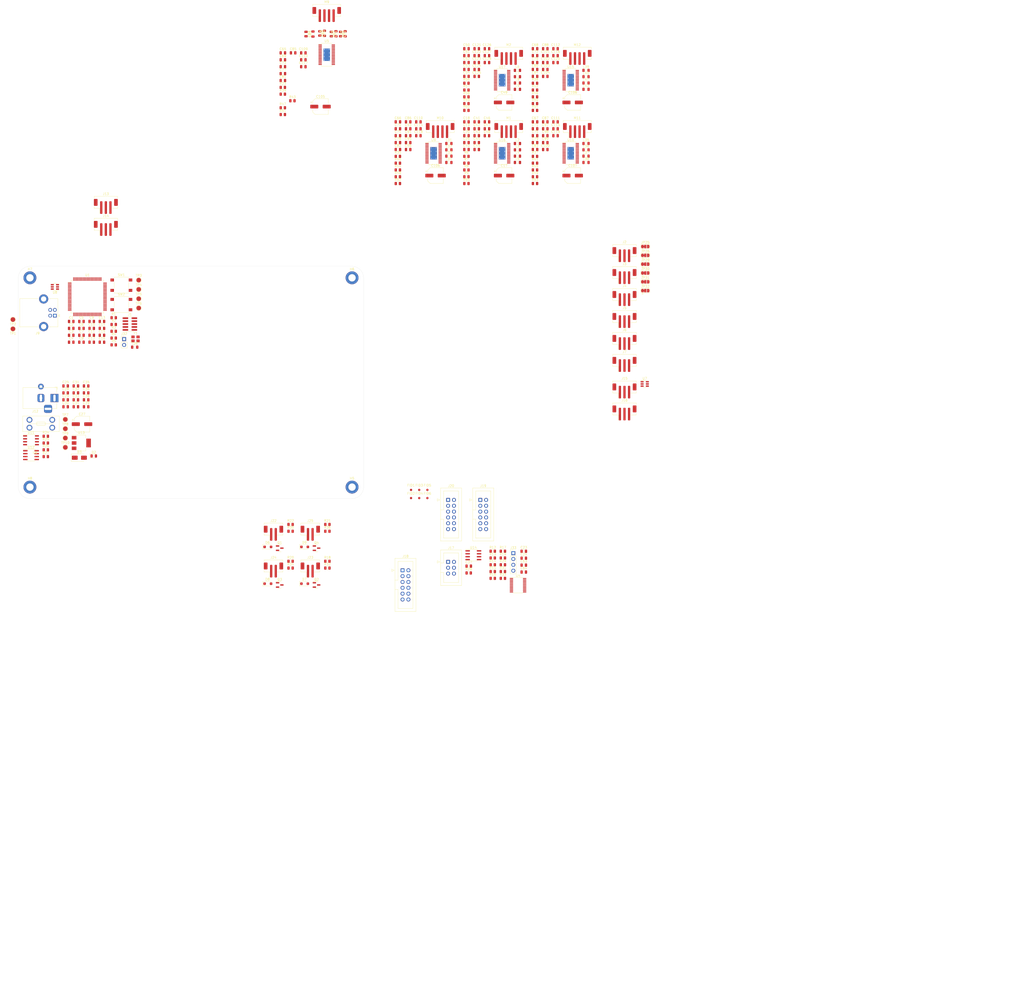
<source format=kicad_pcb>
(kicad_pcb (version 20221018) (generator pcbnew)
  (layers (0 "F.Cu" signal) (1 "In1.Cu" power) (2 "In2.Cu" power) (31 "B.Cu" signal) (34 "B.Paste" user) (35 "F.Paste" user) (36 "B.SilkS" user "B.Silkscreen") (37 "F.SilkS" user "F.Silkscreen") (38 "B.Mask" user) (39 "F.Mask" user) (44 "Edge.Cuts" user))
  (net 0 "")
  (net 1 "GND")
  (net 2 "/Microcontroller/PB14")
  (net 3 "/Microcontroller/PB15")
  (net 4 "/Microcontroller/PD9")
  (net 5 "/Motor control/Motor X/2B")
  (net 6 "/Motor control/Motor X/2A")
  (net 7 "/Motor control/Motor X/1A")
  (net 8 "/Motor control/Motor X/1B")
  (net 9 "/Microcontroller/PB1")
  (net 10 "/Microcontroller/PE7")
  (net 11 "/Microcontroller/PE9")
  (net 12 "/Motor control/Motor Z/2B")
  (net 13 "/Motor control/Motor Z/2A")
  (net 14 "/Motor control/Motor Z/1A")
  (net 15 "/Motor control/Motor Z/1B")
  (net 16 "/Microcontroller/PA4")
  (net 17 "/Microcontroller/PC4")
  (net 18 "+3V3")
  (net 19 "VDC")
  (net 20 "/Microcontroller/PB0")
  (net 21 "/Motor control/Motor left/2B")
  (net 22 "/Motor control/Motor left/2A")
  (net 23 "/Motor control/Motor left/1A")
  (net 24 "/Motor control/Motor left/1B")
  (net 25 "/Microcontroller/PE10")
  (net 26 "/Microcontroller/PE11")
  (net 27 "/Microcontroller/PE13")
  (net 28 "/Motor control/Motor right/2B")
  (net 29 "/Motor control/Motor right/2A")
  (net 30 "/Motor control/Motor right/1A")
  (net 31 "/Motor control/Motor right/1B")
  (net 32 "/Microcontroller/PD7")
  (net 33 "+5V")
  (net 34 "/Microcontroller/PD6")
  (net 35 "/Microcontroller/PA3")
  (net 36 "/Microcontroller/PE14")
  (net 37 "/Microcontroller/PE15")
  (net 38 "/Microcontroller/PB13")
  (net 39 "/Motor control/Motor Y/2B")
  (net 40 "VBUS")
  (net 41 "/Motor control/Motor Y/2A")
  (net 42 "/Motor control/Motor Y/1A")
  (net 43 "/Motor control/Motor Y/1B")
  (net 44 "/Microcontroller/NRST")
  (net 45 "/Microcontroller/BOOT0")
  (net 46 "/Microcontroller/SWCLK")
  (net 47 "/Microcontroller/SWDIO")
  (net 48 "/Limit switches/X")
  (net 49 "/Limit switches/Y")
  (net 50 "/Limit switches/Z")
  (net 51 "/Limit switches/L")
  (net 52 "/Limit switches/R")
  (net 53 "/Limit switches/A")
  (net 54 "/Lighting/DOWNWARDS")
  (net 55 "/Lighting/UPWARDS")
  (net 56 "/Microcontroller/PB10")
  (net 57 "/Microcontroller/PB11")
  (net 58 "/RS485/RS-485-")
  (net 59 "/RS485/RS-485+")
  (net 60 "/Aux headers/SCK")
  (net 61 "Net-(U1-PH0)")
  (net 62 "Net-(U1-PH1)")
  (net 63 "Net-(C30-Pad1)")
  (net 64 "/Aux headers/1_A2")
  (net 65 "/Aux headers/COPI")
  (net 66 "/Aux headers/1_A1")
  (net 67 "/Aux headers/CIPO")
  (net 68 "/Aux headers/1_PWM2")
  (net 69 "/Microcontroller/PB7_I2C1_SDA")
  (net 70 "/Aux headers/1_PWM1")
  (net 71 "/Microcontroller/PB6_I2C1_SCL")
  (net 72 "/Aux headers/2_A2")
  (net 73 "/Aux headers/2_A1")
  (net 74 "/Aux headers/2_PWM2")
  (net 75 "/Aux headers/2_PWM1")
  (net 76 "/Aux headers/3_A2")
  (net 77 "/Aux headers/3_A1")
  (net 78 "/Aux headers/3_PWM2")
  (net 79 "/Aux headers/3_PWM1")
  (net 80 "/Microcontroller/PD8")
  (net 81 "/Microcontroller/PE8")
  (net 82 "/Microcontroller/PC5")
  (net 83 "+3.3VA")
  (net 84 "/Microcontroller/PE12")
  (net 85 "/Microcontroller/PA2")
  (net 86 "/Microcontroller/PB12")
  (net 87 "/Microcontroller/BOOT1")
  (net 88 "/Microcontroller/PE2")
  (net 89 "/Microcontroller/PE3")
  (net 90 "/Microcontroller/PE4")
  (net 91 "/Microcontroller/PE5")
  (net 92 "Net-(U1-VCAP_1)")
  (net 93 "Net-(U1-VCAP_2)")
  (net 94 "Net-(U12-SS)")
  (net 95 "Net-(U12-COMP)")
  (net 96 "Net-(U12-BOOT)")
  (net 97 "Net-(D3-K)")
  (net 98 "Net-(D2-K)")
  (net 99 "Net-(D6-A)")
  (net 100 "Net-(D7-A)")
  (net 101 "Net-(D8-A)")
  (net 102 "Net-(D9-A)")
  (net 105 "/Microcontroller/PA10_USART1_RX")
  (net 106 "/Microcontroller/PA9_USART1_TX")
  (net 107 "/Microcontroller/PD12")
  (net 108 "/Microcontroller/PD11")
  (net 110 "Net-(J15-Pin_1)")
  (net 111 "Net-(J16-Pin_1)")
  (net 112 "/Vacuum sensors/SC1")
  (net 113 "/Vacuum sensors/SD1")
  (net 114 "/Vacuum sensors/SC0")
  (net 115 "/Vacuum sensors/SD0")
  (net 116 "/Power/VIN")
  (net 117 "/Limit switches/X_LIMIT")
  (net 118 "/Limit switches/Y_LIMIT")
  (net 119 "/Limit switches/Z_LIMIT")
  (net 120 "/Limit switches/L_LIMIT")
  (net 121 "/Limit switches/R_LIMIT")
  (net 122 "/Limit switches/A_LIMIT")
  (net 123 "Net-(Q1-G)")
  (net 124 "Net-(Q2-G)")
  (net 125 "Net-(Q3-G)")
  (net 126 "Net-(Q4-G)")
  (net 127 "Net-(U4-_INT1_)")
  (net 128 "/Limit switches/X_DIAG")
  (net 129 "/Limit switches/Y_DIAG")
  (net 130 "/Limit switches/Z_DIAG")
  (net 131 "/Limit switches/L_DIAG")
  (net 132 "/Limit switches/R_DIAG")
  (net 133 "/Limit switches/A_DIAG")
  (net 134 "/Vacuum sensors/SC2")
  (net 135 "/Vacuum sensors/SD2")
  (net 136 "Net-(U4-_INT0_)")
  (net 137 "Net-(U4-_RESET_)")
  (net 138 "/USB/D-")
  (net 139 "/USB/D+")
  (net 140 "/Power/POWER_SUPPLY")
  (net 141 "Net-(U12-VSENSE)")
  (net 142 "Net-(U4-_INT_)")
  (net 143 "Net-(U4-_INT3_)")
  (net 144 "Net-(U4-_INT2_)")
  (net 166 "Net-(U16-CPO)")
  (net 167 "Net-(U16-CPI)")
  (net 168 "Net-(U16-VCP)")
  (net 169 "Net-(U16-5VOUT)")
  (net 170 "Net-(U16-BRB)")
  (net 171 "Net-(U16-BRA)")
  (net 172 "/Motor control/Motor Aux/1B")
  (net 173 "/Motor control/Motor Aux/1A")
  (net 174 "/Motor control/Motor Aux/2A")
  (net 175 "/Motor control/Motor Aux/2B")
  (net 176 "Net-(U17-CPO)")
  (net 177 "Net-(U17-CPI)")
  (net 178 "Net-(U5-VCP)")
  (net 179 "Net-(U9-VCP)")
  (net 180 "Net-(U10-VCP)")
  (net 181 "Net-(U15-VCP)")
  (net 182 "Net-(U5-CPO)")
  (net 183 "Net-(U5-CPI)")
  (net 184 "Net-(U9-CPO)")
  (net 185 "Net-(U9-CPI)")
  (net 186 "Net-(U10-CPO)")
  (net 187 "Net-(U10-CPI)")
  (net 188 "Net-(U15-CPO)")
  (net 189 "Net-(U15-CPI)")
  (net 190 "Net-(U5-5VOUT)")
  (net 191 "Net-(U9-5VOUT)")
  (net 192 "Net-(U10-5VOUT)")
  (net 193 "Net-(U15-5VOUT)")
  (net 194 "Net-(U5-BRB)")
  (net 195 "Net-(U9-BRB)")
  (net 196 "Net-(U10-BRB)")
  (net 197 "Net-(U15-BRB)")
  (net 198 "Net-(U5-BRA)")
  (net 199 "Net-(U9-BRA)")
  (net 200 "Net-(U10-BRA)")
  (net 201 "Net-(U15-BRA)")
  (net 202 "Net-(U17-VCP)")
  (net 203 "Net-(U17-5VOUT)")
  (net 204 "Net-(U17-BRB)")
  (net 205 "Net-(U17-BRA)")
  (net 206 "Net-(U16-OB1)")
  (net 207 "Net-(U16-OA1)")
  (net 208 "Net-(U16-OA2)")
  (net 209 "Net-(U16-OB2)")
  (net 210 "Net-(U17-OB1)")
  (net 211 "Net-(U17-OA1)")
  (net 212 "Net-(U17-OA2)")
  (net 213 "Net-(U17-OB2)")
  (net 214 "Net-(U5-OB1)")
  (net 215 "Net-(U5-OA1)")
  (net 216 "Net-(U5-OA2)")
  (net 217 "Net-(U5-OB2)")
  (net 218 "Net-(U9-OB1)")
  (net 219 "Net-(U9-OA1)")
  (net 220 "Net-(U9-OA2)")
  (net 221 "Net-(U9-OB2)")
  (net 222 "Net-(U10-OB1)")
  (net 223 "Net-(U10-OA1)")
  (net 224 "Net-(U10-OA2)")
  (net 225 "Net-(U10-OB2)")
  (net 226 "Net-(U15-OB1)")
  (net 227 "Net-(U15-OA1)")
  (net 228 "Net-(U15-OA2)")
  (net 229 "Net-(U15-OB2)")
  (net 230 "Net-(U16-PDN_UART)")
  (net 231 "Net-(U5-PDN_UART)")
  (net 232 "Net-(U9-PDN_UART)")
  (net 233 "Net-(U10-PDN_UART)")
  (net 234 "Net-(U15-PDN_UART)")
  (net 235 "Net-(U17-PDN_UART)")
  (footprint "index:L_0805_2012Metric" (layer "F.Cu") (at 246.6825 -76.95)
    (fp_text reference "L42")
    (fp_text value "L_Ferrite")
  )
  (footprint "Capacitor_SMD:C_0805_2012Metric" (layer "F.Cu") (at 24.975 52.035)
    (fp_text reference "C31")
    (fp_text value "22p")
  )
  (footprint "Capacitor_SMD:C_0805_2012Metric" (layer "F.Cu") (at 22.95 33)
    (fp_text reference "C4")
    (fp_text value "10p")
  )
  (footprint "Capacitor_SMD:C_0805_2012Metric" (layer "F.Cu") (at 140 -101 -90)
    (fp_text reference "C92")
    (fp_text value "1n")
  )
  (footprint "Capacitor_SMD:C_0805_2012Metric" (layer "F.Cu") (at 219.6375 132.935)
    (fp_text reference "C64")
    (fp_text value "22u")
  )
  (footprint "Capacitor_SMD:C_0805_2012Metric" (layer "F.Cu") (at 224.5325 -91.61)
    (fp_text reference "C72")
    (fp_text value "22n")
  )
  (footprint "Capacitor_SMD:CP_Elec_6.3x7.7" (layer "F.Cu") (at 131.2825 -69.45)
    (fp_text reference "C105")
    (fp_text value "100u")
  )
  (footprint "Diode_SMD:D_SMA" (layer "F.Cu") (at 26.49 83.225)
    (fp_text reference "D3")
    (fp_text value "SS34")
  )
  (footprint "Resistor_SMD:R_0805_2012Metric" (layer "F.Cu") (at 41.42 22.35)
    (fp_text reference "R1")
    (fp_text value "4k7")
  )
  (footprint "Connector_JST:JST_PH_B4B-PH-SM4-TB_1x04-1MP_P2.00mm_Vertical" (layer "F.Cu") (at 183.2825 -59.05)
    (fp_text reference "M10")
    (fp_text value "Stepper_Motor")
  )
  (footprint "Resistor_SMD:R_0805_2012Metric" (layer "F.Cu") (at 194.7125 -73.7)
    (fp_text reference "R58")
    (fp_text value "20k")
  )
  (footprint "Capacitor_SMD:C_0805_2012Metric" (layer "F.Cu") (at 224.5325 -59.81)
    (fp_text reference "C71")
    (fp_text value "22n")
  )
  (footprint "Fiducial:Fiducial_1mm_Mask2mm" (layer "F.Cu") (at 174.1875 97.225)
    (fp_text reference "FID3")
    (fp_text value "Fiducial")
  )
  (footprint "TestPoint:TestPoint_Pad_D2.0mm" (layer "F.Cu") (at -2.3775 27.2 180)
    (fp_text reference "TP1")
    (fp_text value "MD-_TestPoint")
  )
  (footprint "MountingHole:MountingHole_3.2mm_M3_DIN965_Pad" (layer "F.Cu") (at 5 5)
    (fp_text reference "H7")
    (fp_text value "MountingHole_Pad")
  )
  (footprint "Connector_IDC:IDC-Header_2x06_P2.54mm_Vertical" (layer "F.Cu") (at 166.9525 132.175)
    (fp_text reference "J18")
    (fp_text value "AUX")
  )
  (footprint "Diode_SMD:D_SOD-123F" (layer "F.Cu") (at 108.4 122)
    (fp_text reference "D6")
    (fp_text value "SM4007")
  )
  (footprint "Capacitor_SMD:C_0805_2012Metric" (layer "F.Cu") (at 228.9825 -62.82)
    (fp_text reference "C87")
    (fp_text value "100n")
  )
  (footprint "Capacitor_SMD:C_0805_2012Metric" (layer "F.Cu") (at 203.6325 -59.81)
    (fp_text reference "C47")
    (fp_text value "1n")
  )
  (footprint "Resistor_SMD:R_0805_2012Metric" (layer "F.Cu") (at 114.9125 -77.8)
    (fp_text reference "R23")
    (fp_text value "10k")
  )
  (footprint "Capacitor_SMD:C_0805_2012Metric" (layer "F.Cu") (at 36.3 33)
    (fp_text reference "C16")
    (fp_text value "100n")
  )
  (footprint "Capacitor_SMD:C_0805_2012Metric" (layer "F.Cu") (at 173.8325 -59.81)
    (fp_text reference "C114")
    (fp_text value "100n")
  )
  (footprint "Capacitor_SMD:C_0805_2012Metric" (layer "F.Cu") (at 194.7325 -62.82)
    (fp_text reference "C18")
    (fp_text value "10u")
  )
  (footprint "index:L_0805_2012Metric" (layer "F.Cu") (at 187.0825 -45.15)
    (fp_text reference "L34")
    (fp_text value "L_Ferrite")
  )
  (footprint "Capacitor_SMD:C_0805_2012Metric" (layer "F.Cu") (at 228.9825 -59.81)
    (fp_text reference "C97")
    (fp_text value "1n")
  )
  (footprint "Capacitor_SMD:C_0805_2012Metric" (layer "F.Cu") (at 29.425 58.055)
    (fp_text reference "C38")
    (fp_text value "22u")
  )
  (footprint "Capacitor_SMD:C_0805_2012Metric" (layer "F.Cu") (at 199.1825 -59.81)
    (fp_text reference "C42")
    (fp_text value "4u7")
  )
  (footprint "TestPoint:TestPoint_Pad_D2.0mm" (layer "F.Cu") (at 20.395 78.725)
    (fp_text reference "TP10")
    (fp_text value "3V3_TestPoint")
  )
  (footprint "Capacitor_SMD:C_0805_2012Metric" (layer "F.Cu") (at 27.4 23.97)
    (fp_text reference "C5")
    (fp_text value "100n")
  )
  (footprint "Fiducial:Fiducial_1mm_Mask2mm" (layer "F.Cu") (at 170.6375 97.225)
    (fp_text reference "FID1")
    (fp_text value "Fiducial")
  )
  (footprint "TestPoint:TestPoint_Pad_D2.0mm" (layer "F.Cu") (at 20.395 66.575)
    (fp_text reference "TP7")
    (fp_text value "GND_TestPoint")
  )
  (footprint "Capacitor_SMD:C_0805_2012Metric" (layer "F.Cu") (at 24.975 55.045)
    (fp_text reference "C32")
    (fp_text value "100n")
  )
  (footprint "Resistor_SMD:R_0805_2012Metric" (layer "F.Cu") (at 41.42 25.3)
    (fp_text reference "R2")
    (fp_text value "4k7")
  )
  (footprint "Capacitor_SMD:C_0805_2012Metric" (layer "F.Cu") (at 20.525 55.045)
    (fp_text reference "C28")
    (fp_text value "10n")
  )
  (footprint "Connector_JST:JST_PH_B3B-PH-SM4-TB_1x03-1MP_P2.00mm_Vertical" (layer "F.Cu") (at 263.4 23.55)
    (fp_text reference "J5")
    (fp_text value "L_LIMIT")
  )
  (footprint "Capacitor_SMD:C_0805_2012Metric" (layer "F.Cu") (at 27.4 33)
    (fp_text reference "C8")
    (fp_text value "100n")
  )
  (footprint "TestPoint:TestPoint_Pad_D2.0mm" (layer "F.Cu") (at 52.29 14.1)
    (fp_text reference "TP5")
    (fp_text value "SWDIO_TestPoint")
  )
  (footprint "Resistor_SMD:R_0805_2012Metric" (layer "F.Cu") (at 224.5125 -67.8)
    (fp_text reference "R54")
    (fp_text value "20k")
  )
  (footprint "index:L_0805_2012Metric" (layer "F.Cu") (at 246.6825 -79.7)
    (fp_text reference "L41")
    (fp_text value "L_Ferrite")
  )
  (footprint "Capacitor_SMD:C_0805_2012Metric" (layer "F.Cu") (at 22.95 29.99)
    (fp_text reference "C3")
    (fp_text value "2u2")
  )
  (footprint "Capacitor_SMD:C_0805_2012Metric" (layer "F.Cu") (at 228.9825 -50.78)
    (fp_text reference "C100")
    (fp_text value "1n")
  )
  (footprint "Capacitor_SMD:C_0805_2012Metric" (layer "F.Cu") (at 20.525 61.065)
    (fp_text reference "C30")
    (fp_text value "2n2")
  )
  (footprint "Capacitor_SMD:C_0805_2012Metric" (layer "F.Cu") (at 203.6325 -62.82)
    (fp_text reference "C46")
    (fp_text value "1n")
  )
  (footprint "Connector_JST:JST_PH_B4B-PH-SM4-TB_1x04-1MP_P2.00mm_Vertical" (layer "F.Cu") (at 213.0825 -90.85)
    (fp_text reference "M2")
    (fp_text value "Stepper_Motor")
  )
  (footprint "Capacitor_SMD:C_0805_2012Metric" (layer "F.Cu") (at 224.5325 -85.59)
    (fp_text reference "C80")
    (fp_text value "100n")
  )
  (footprint "Capacitor_SMD:C_0805_2012Metric" (layer "F.Cu") (at 119.3825 -92.82)
    (fp_text reference "C85")
    (fp_text value "100n")
  )
  (footprint "Resistor_SMD:R_0805_2012Metric" (layer "F.Cu") (at 114.9125 -74.85)
    (fp_text reference "R39")
    (fp_text value "120m")
  )
  (footprint "Capacitor_SMD:C_0805_2012Metric" (layer "F.Cu") (at 20.525 52.035)
    (fp_text reference "C25")
    (fp_text value "22u")
  )
  (footprint "Connector_IDC:IDC-Header_2x06_P2.54mm_Vertical" (layer "F.Cu") (at 186.7525 101.575)
    (fp_text reference "J20")
    (fp_text value "AUX")
  )
  (footprint "TestPoint:TestPoint_Pad_D2.0mm" (layer "F.Cu") (at 20.395 70.625)
    (fp_text reference "TP8")
    (fp_text value "VDC_TestPoint")
  )
  (footprint "Capacitor_SMD:C_0805_2012Metric" (layer "F.Cu") (at 22.95 23.97)
    (fp_text reference "C1")
    (fp_text value "2u2")
  )
  (footprint "TestPoint:TestPoint_Pad_D2.0mm" (layer "F.Cu") (at 52.29 10.05)
    (fp_text reference "TP4")
    (fp_text value "SWCLK_TestPoint")
  )
  (footprint "Capacitor_SMD:C_0805_2012Metric" (layer "F.Cu") (at 114.9325 -89.81)
    (fp_text reference "C69")
    (fp_text value "22n")
  )
  (footprint "index:L_0805_2012Metric" (layer "F.Cu") (at 216.8825 -47.9)
    (fp_text reference "L4")
    (fp_text value "L_Ferrite")
  )
  (footprint "index:L_0805_2012Metric" (layer "F.Cu") (at 187.0825 -53.4)
    (fp_text reference "L31")
    (fp_text value "L_Ferrite")
  )
  (footprint "Fiducial:Fiducial_1mm_Mask2mm" (layer "F.Cu") (at 170.6375 100.775)
    (fp_text reference "FID2")
    (fp_text value "Fiducial")
  )
  (footprint "Capacitor_SMD:C_0805_2012Metric" (layer "F.Cu") (at 194.7325 -85.59)
    (fp_text reference "C53")
    (fp_text value "100n")
  )
  (footprint "Capacitor_SMD:C_0805_2012Metric" (layer "F.Cu") (at 164.9325 -59.81)
    (fp_text reference "C70")
    (fp_text value "22n")
  )
  (footprint "Connector_JST:JST_PH_B4B-PH-SM4-TB_1x04-1MP_P2.00mm_Vertical" (layer "F.Cu") (at 134 -109.5)
    (fp_text reference "M9")
    (fp_text value "Stepper_Motor")
  )
  (footprint "Capacitor_SMD:C_0805_2012Metric" (layer "F.Cu") (at 24.975 58.055)
    (fp_text reference "C33")
    (fp_text value "22u")
  )
  (footprint "Capacitor_SMD:C_0805_2012Metric" (layer "F.Cu") (at 164.9325 -62.82)
    (fp_text reference "C66")
    (fp_text value "100n")
  )
  (footprint "Resistor_SMD:R_0805_2012Metric" (layer "F.Cu") (at 41.42 28.25)
    (fp_text reference "R3")
    (fp_text value "10k")
  )
  (footprint "Capacitor_SMD:C_0805_2012Metric" (layer "F.Cu") (at 31.85 26.98)
    (fp_text reference "C10")
    (fp_text value "100n")
  )
  (footprint "Connector_USB:USB_B_Lumberg_2411_02_Horizontal" (layer "F.Cu") (at 15.8275 21.45 180)
    (fp_text reference "J9")
    (fp_text value "USB_B")
  )
  (footprint "Capacitor_SMD:C_0805_2012Metric" (layer "F.Cu") (at 29.425 61.065)
    (fp_text reference "C39")
    (fp_text value "22u")
  )
  (footprint "Capacitor_SMD:CP_Elec_6.3x7.7" (layer "F.Cu") (at 240.8825 -71.25)
    (fp_text reference "C108")
    (fp_text value "100u")
  )
  (footprint "Jumper:SolderJumper-3_P1.3mm_Bridged12_RoundedPad1.0x1.5mm" (layer "F.Cu") (at 272.45 2.905)
    (fp_text reference "JP30")
    (fp_text value "L_LIMIT_SELECT")
  )
  (footprint "Capacitor_SMD:C_0805_2012Metric" (layer "F.Cu") (at 228.9825 -94.62)
    (fp_text reference "C88")
    (fp_text value "100n")
  )
  (footprint "index:L_0805_2012Metric" (layer "F.Cu") (at 216.8825 -50.65)
    (fp_text reference "L3")
    (fp_text value "L_Ferrite")
  )
  (footprint "Connector_IDC:IDC-Header_2x06_P2.54mm_Vertical" (layer "F.Cu") (at 200.7325 101.575)
    (fp_text reference "J19")
    (fp_text value "AUX")
  )
  (footprint "Package_SO:SOIC-8_3.9x4.9mm_P1.27mm" (layer "F.Cu") (at 197.7175 125.625)
    (fp_text reference "U14")
    (fp_text value "MAX3078E")
  )
  (footprint "Capacitor_SMD:C_0805_2012Metric" (layer "F.Cu") (at 29.425 55.045)
    (fp_text reference "C36")
    (fp_text value "22u")
  )
  (footprint "Capacitor_SMD:CP_Elec_6.3x7.7" (layer "F.Cu") (at 27.645 68.625)
    (fp_text reference "C27")
    (fp_text value "100u")
  )
  (footprint "Capacitor_SMD:C_0805_2012Metric" (layer "F.Cu") (at 114.9325 -86.8)
    (fp_text reference "C73")
    (fp_text value "4u7")
  )
  (footprint "index:L_0805_2012Metric" (layer "F.Cu") (at 246.6825 -47.9)
    (fp_text reference "L37")
    (fp_text value "L_Ferrite")
  )
  (footprint "index:L_0805_2012Metric" (layer "F.Cu") (at 128 -101 90)
    (fp_text reference "L27")
    (fp_text value "L_Ferrite")
  )
  (footprint "Capacitor_SMD:C_0805_2012Metric" (layer "F.Cu") (at 199.1825 -50.78)
    (fp_text reference "C45")
    (fp_text value "1n")
  )
  (footprint "Connector_JST:JST_PH_B3B-PH-SM4-TB_1x03-1MP_P2.00mm_Vertical" (layer "F.Cu") (at 38 -26.05)
    (fp_text reference "J13")
    (fp_text value "DOWNWARDS_LIGHT")
  )
  (footprint "Capacitor_SMD:C_0805_2012Metric" (layer "F.Cu") (at 31.85 23.97)
    (fp_text reference "C9")
    (fp_text value "100n")
  )
  (footprint "Capacitor_SMD:C_0805_2012Metric" (layer "F.Cu") (at 228.9825 -82.58)
    (fp_text reference "C104")
    (fp_text value "1n")
  )
  (footprint "Capacitor_SMD:C_0805_2012Metric" (layer "F.Cu") (at 136 -101 -90)
    (fp_text reference "C91")
    (fp_text value "1n")
  )
  (footprint "index:L_0805_2012Metric" (layer "F.Cu") (at 216.8825 -45.15)
    (fp_text reference "L5")
    (fp_text value "L_Ferrite")
  )
  (footprint "Package_TO_SOT_SMD:SOT-23" (layer "F.Cu") (at 113.565 138.55)
    (fp_text reference "Q3")
    (fp_text value "AO3400A")
  )
  (footprint "Resistor_SMD:R_0805_2012Metric" (layer "F.Cu") (at 194.7125 -36)
    (fp_text reference "R55")
    (fp_text value "120m")
  )
  (footprint "Resistor_SMD:R_0805_2012Metric" (layer "F.Cu") (at 194.7125 -44.85)
    (fp_text reference "R7")
    (fp_text value "10k")
  )
  (footprint "Resistor_SMD:R_0805_2012Metric" (layer "F.Cu") (at 194.7125 -41.9)
    (fp_text reference "R8")
    (fp_text value "20k")
  )
  (footprint "Resistor_SMD:R_0805_2012Metric" (layer "F.Cu") (at 224.5125 -79.6)
    (fp_text reference "R38")
    (fp_text value "10k")
  )
  (footprint "Capacitor_SMD:C_0805_2012Metric" (layer "F.Cu") (at 233.4325 -59.81)
    (fp_text reference "C115")
    (fp_text value "100n")
  )
  (footprint "Package_SO:HTSSOP-28-1EP_4.4x9.7mm_P0.65mm_EP2.85x5.4mm_ThermalVias" (layer "F.Cu") (at 240.0325 -49.15)
    (fp_text reference "U10")
    (fp_text value "TMC2226")
  )
  (footprint "Capacitor_SMD:C_0805_2012Metric" (layer "F.Cu") (at 114.9325 -80.78)
    (fp_text reference "C81")
    (fp_text value "100n")
  )
  (footprint "Capacitor_SMD:C_0805_2012Metric" (layer "F.Cu") (at 164.9325 -53.79)
    (fp_text reference "C78")
    (fp_text value "100n")
  )
  (footprint "index:L_0805_2012Metric" (layer "F.Cu") (at 246.6825 -82.45)
    (fp_text reference "L40")
    (fp_text value "L_Ferrite")
  )
  (footprint "Resistor_SMD:R_0805_2012Metric" (layer "F.Cu") (at 41.42 34.15)
    (fp_text reference "R5")
    (fp_text value "10k")
  )
  (footprint "index:L_0805_2012Metric" (layer "F.Cu") (at 216.8825 -85.2)
    (fp_text reference "L6")
    (fp_text value "L_Ferrite")
  )
  (footprint "Capacitor_SMD:C_0805_2012Metric" (layer "F.Cu") (at 36.3 26.98)
    (fp_text reference "C14")
    (fp_text value "2u2")
  )
  (footprint "Package_SO:SO-8_3.9x4.9mm_P1.27mm" (layer "F.Cu") (at 5.475 75.645)
    (fp_text reference "U11")
    (fp_text value "FDS4435BZ")
  )
  (footprint "Diode_SMD:D_SOD-123F" (layer "F.Cu") (at 124.4 138)
    (fp_text reference "D7")
    (fp_text value "SM4007")
  )
  (footprint "Button_Switch_SMD:SW_SPST_B3S-1000" (layer "F.Cu") (at 44.74 16.65)
    (fp_text reference "SW2")
    (fp_text value "SW_Push")
  )
  (footprint "Capacitor_SMD:CP_Elec_6.3x7.7" (layer "F.Cu") (at 211.0825 -39.45)
    (fp_text reference "C17")
    (fp_text value "100u")
  )
  (footprint "Resistor_SMD:R_0805_2012Metric" (layer "F.Cu") (at 206.1475 129.775)
    (fp_text reference "R14")
    (fp_text value "10k")
  )
  (footprint "TestPoint:TestPoint_Pad_D2.0mm" (layer "F.Cu") (at 52.29 18.15)
    (fp_text reference "TP6")
    (fp_text value "BOOT0_TestPoint")
  )
  (footprint "Capacitor_SMD:C_0805_2012Metric" (layer "F.Cu") (at 195.7175 130.355)
    (fp_text reference "C37")
    (fp_text value "100n")
  )
  (footprint "Resistor_SMD:R_0805_2012Metric" (layer "F.Cu") (at 224.5125 -38.95)
    (fp_text reference "R49")
    (fp_text value "1k")
  )
  (footprint "Resistor_SMD:R_0805_2012Metric" (layer "F.Cu") (at 194.7125 -79.6)
    (fp_text reference "R56")
    (fp_text value "1k")
  )
  (footprint "Connector_JST:JST_PH_B2B-PH-SM4-TB_1x02-1MP_P2.00mm_Vertical" (layer "F.Cu") (at 110.855 132.05)
    (fp_text reference "J24")
    (fp_text value "Mosfet")
  )
  (footprint "index:L_0805_2012Metric" (layer "F.Cu") (at 50.55 35.15)
    (fp_text reference "L26")
    (fp_text value "L_Ferrite")
  )
  (footprint "Resistor_SMD:R_0805_2012Metric" (layer "F.Cu") (at 210.5575 129.775)
    (fp_text reference "R29")
    (fp_text value "10k")
  )
  (footprint "Resistor_SMD:R_0805_2012Metric" (layer "F.Cu") (at 224.5125 -41.9)
    (fp_text reference "R45")
    (fp_text value "120m")
  )
  (footprint "Package_SO:HTSSOP-28-1EP_4.4x9.7mm_P0.65mm_EP2.85x5.4mm_ThermalVias" (layer "F.Cu") (at 210.2325 -80.95)
    (fp_text reference "U17")
    (fp_text value "TMC2226")
  )
  (footprint "Capacitor_SMD:C_0805_2012Metric" (layer "F.Cu") (at 27.4 29.99)
    (fp_text reference "C7")
    (fp_text value "2u2")
  )
  (footprint "Connector_JST:JST_PH_B3B-PH-SM4-TB_1x03-1MP_P2.00mm_Vertical" (layer "F.Cu") (at 263.4 42.65)
    (fp_text reference "J7")
    (fp_text value "A_LIMIT")
  )
  (footprint "Capacitor_SMD:C_0805_2012Metric" (layer "F.Cu") (at 199.1825 -56.8)
    (fp_text reference "C43")
    (fp_text value "100n")
  )
  (footprint "Capacitor_SMD:C_0805_2012Metric" (layer "F.Cu") (at 123.8325 -89.81)
    (fp_text reference "C113")
    (fp_text value "100n")
  )
  (footprint "Capacitor_SMD:C_0805_2012Metric" (layer "F.Cu") (at 199.1825 -91.61)
    (fp_text reference "C122")
    (fp_text value "4u7")
  )
  (footprint "Capacitor_SMD:C_0805_2012Metric" (layer "F.Cu") (at 123.8325 -86.8)
    (fp_text reference "C117")
    (fp_text value "10u")
  )
  (footprint "Connector_JST:JST_PH_B4B-PH-SM4-TB_1x04-1MP_P2.00mm_Vertical" (layer "F.Cu") (at 213.0825 -59.05)
    (fp_text reference "M1")
    (fp_text value "Stepper_Motor")
  )
  (footprint "Capacitor_SMD:C_0805_2012Metric" (layer "F.Cu") (at 20.525 58.055)
    (fp_text reference "C29")
    (fp_text value "10n")
  )
  (footprint "Capacitor_SMD:C_0805_2012Metric" (layer "F.Cu") (at 194.7325 -56.8)
    (fp_text reference "C20")
    (fp_text value "100n")
  )
  (footprint "Capacitor_SMD:C_0805_2012Metric" (layer "F.Cu") (at 228.9825 -85.59)
    (fp_text reference "C103")
    (fp_text value "1n")
  )
  (footprint "Capacitor_SMD:CP_Elec_6.3x7.7" (layer "F.Cu") (at 240.8825 -39.45)
    (fp_text reference "C107")
    (fp_text value "100u")
  )
  (footprint "Capacitor_SMD:C_0805_2012Metric" (layer "F.Cu") (at 169.3825 -59.81)
    (fp_text reference "C93")
    (fp_text value "1n")
  )
  (footprint "Connector_JST:JST_PH_B4B-PH-SM4-TB_1x04-1MP_P2.00mm_Vertical" (layer "F.Cu") (at 242.8825 -90.85)
    (fp_text reference "M12")
    (fp_text value "Stepper_Motor")
  )
  (footprint "Package_TO_SOT_SMD:SOT-23-6" (layer "F.Cu") (at 15.8625 8.95 180)
    (fp_text reference "U8")
    (fp_text value "SRV05-4")
  )
  (footprint "Capacitor_SMD:C_0805_2012Metric" (layer "F.Cu") (at 228.9825 -91.61)
    (fp_text reference "C101")
    (fp_text value "1n")
  )
  (footprint "Capacitor_SMD:C_0805_2012Metric" (layer "F.Cu") (at 36.3 23.97)
    (fp_text reference "C13")
    (fp_text value "100n")
  )
  (footprint "Capacitor_SMD:C_0805_2012Metric" (layer "F.Cu") (at 173.8325 -56.8)
    (fp_text reference "C118")
    (fp_text value "10u")
  )
  (footprint "Resistor_SMD:R_0805_2012Metric" (layer "F.Cu") (at 206.1475 123.875)
    (fp_text reference "R12")
    (fp_text value "4k7")
  )
  (footprint "Connector_PinHeader_1.27mm:PinHeader_2x05_P1.27mm_Vertical_SMD" (layer "F.Cu") (at 48.45 25.1)
    (fp_text reference "J1")
    (fp_text value "SWD Header")
  )
  (footprint "Capacitor_SMD:C_0805_2012Metric" (layer "F.Cu") (at 22.95 26.98)
    (fp_text reference "C2")
    (fp_text value "10p")
  )
  (footprint "Capacitor_SMD:C_0805_2012Metric" (layer "F.Cu") (at 199.1825 -85.59)
    (fp_text reference "C124")
    (fp_text value "100n")
  )
  (footprint "Resistor_SMD:R_0805_2012Metric" (layer "F.Cu") (at 164.9125 -44.85)
    (fp_text reference "R40")
    (fp_text value "120m")
  )
  (footprint "Resistor_SMD:R_0805_2012Metric" (layer "F.Cu") (at 11.905 82.745)
    (fp_text reference "R27")
    (fp_text value "1k91")
  )
  (footprint "Capacitor_SMD:C_0805_2012Metric" (layer "F.Cu") (at 114.9325 -92.82)
    (fp_text reference "C65")
    (fp_text value "100n")
  )
  (footprint "Capacitor_SMD:C_0805_2012Metric" (layer "F.Cu") (at 233.4325 -94.62)
    (fp_text reference "C112")
    (fp_text value "100n")
  )
  (footprint "Resistor_SMD:R_0805_2012Metric" (layer "F.Cu") (at 224.5125 -70.75)
    (fp_text reference "R50")
    (fp_text value "1k")
  )
  (footprint "Resistor_SMD:R_0805_2012Metric" (layer "F.Cu") (at 224.5125 -44.85)
    (fp_text reference "R41")
    (fp_text value "120m")
  )
  (footprint "Capacitor_SMD:C_0805_2012Metric" (layer "F.Cu") (at 169.3825 -56.8)
    (fp_text reference "C94")
    (fp_text value "1n")
  )
  (footprint "Resistor_SMD:R_0805_2012Metric" (layer "F.Cu") (at 206.1475 132.725)
    (fp_text reference "R15")
    (fp_text value "4k7")
  )
  (footprint "Resistor_SMD:R_0805_2012Metric" (layer "F.Cu") (at 224.5125 -36)
    (fp_text reference "R53")
    (fp_text value "20k")
  )
  (footprint "Resistor_SMD:R_0805_2012Metric" (layer "F.Cu") (at 164.9125 -47.8)
    (fp_text reference "R35")
    (fp_text value "10k")
  )
  (footprint "Resistor_SMD:R_0805_2012Metric" (layer "F.Cu") (at 164.9125 -38.95)
    (fp_text reference "R48")
    (fp_text value "1k")
  )
  (footprint "Capacitor_SMD:C_0805_2012Metric" (layer "F.Cu") (at 27.4 26.98)
    (fp_text reference "C6")
    (fp_text value "2u2")
  )
  (footprint "Connector_PinHeader_2.54mm:PinHeader_1x04_P2.54mm_Vertical" (layer "F.Cu") (at 215.0875 124.725)
    (fp_text reference "J33")
    (fp_text value "I2C_AUX")
  )
  (footprint "index:L_0805_2012Metric" (layer "F.Cu") (at 246.6825 -53.4)
    (fp_text reference "L35")
    (fp_text value "L_Ferrite")
  )
  (footprint "Resistor_SMD:R_0805_2012Metric" (layer "F.Cu") (at 134.285 112.25)
    (fp_text reference "R21")
    (fp_text value "120R")
  )
  (footprint "Fiducial:Fiducial_1mm_Mask2mm" (layer "F.Cu") (at 174.1875 100.775)
    (fp_text reference "FID4")
    (fp_text value "Fiducial")
  )
  (footprint "LED_SMD:LED_0805_2012Metric" (layer "F.Cu") (at 32.755 82.47)
    (fp_text reference "D2")
    (fp_text value "Yellow")
  )
  (footprint "Capacitor_SMD:C_0805_2012Metric" (layer "F.Cu") (at 228.9825 -88.6)
    (fp_text reference "C102")
    (fp_text value "1n")
  )
  (footprint "Capacitor_SMD:C_0805_2012Metric" (layer "F.Cu") (at 125 -101 -90)
    (fp_text reference "C89")
    (fp_text value "1n")
  )
  (footprint "Capacitor_SMD:C_0805_2012Metric" (layer "F.Cu") (at 224.5325 -94.62)
    (fp_text reference "C68")
    (fp_text value "100n")
  )
  (footprint "Capacitor_SMD:C_0805_2012Metric" (layer "F.Cu") (at 24.975 61.065)
    (fp_text reference "C34")
    (fp_text value "22u")
  )
  (footprint "Connector_JST:JST_PH_B3B-PH-SM4-TB_1x03-1MP_P2.00mm_Vertical" (layer "F.Cu") (at 263.4 -5.1)
    (fp_text reference "J2")
    (fp_text value "X_LIMIT")
  )
  (footprint "Capacitor_SMD:C_0805_2012Metric" (layer "F.Cu") (at 169.3825 -53.79)
    (fp_text reference "C95")
    (fp_text value "1n")
  )
  (footprint "Connector_JST:JST_PH_B2B-PH-SM4-TB_1x02-1MP_P2.00mm_Vertical" (layer "F.Cu") (at 110.855 116.05)
    (fp_text reference "J22")
    (fp_text value "Mosfet")
  )
  (footprint "Capacitor_SMD:C_0805_2012Metric" (layer "F.Cu") (at 219.6375 123.905)
    (fp_text reference "C23")
    (fp_text value "100n")
  )
  (footprint "Resistor_SMD:R_0805_2012Metric" (layer "F.Cu") (at 118.285 112.25)
    (fp_text reference "R22")
    (fp_text value "120R")
  )
  (footprint "Capacitor_SMD:C_0805_2012Metric" (layer "F.Cu") (at 194.7325 -88.6)
    (fp_text reference "C52")
    (fp_text value "100n")
  )
  (footprint "Capacitor_SMD:C_0805_2012Metric" (layer "F.Cu") (at 228.9825 -56.8)
    (fp_text reference "C98")
    (fp_text value "1n")
  )
  (footprint "Capacitor_SMD:C_0805_2012Metric" (layer "F.Cu") (at 203.6325 -56.8)
    (fp_text reference "C48")
    (fp_text value "1n")
  )
  (footprint "Package_TO_SOT_SMD:SOT-23" (layer "F.Cu") (at 129.565 122.55)
    (fp_text reference "Q4")
    (fp_text value "AO3400A")
  )
  (footprint "index:L_0805_2012Metric" (layer "F.Cu") (at 246.6825 -45.15)
    (fp_text reference "L38")
    (fp_text value "L_Ferrite")
  )
  (footprint "Capacitor_SMD:C_0805_2012Metric" (layer "F.Cu") (at 29.425 52.035)
    (fp_text reference "C35")
    (fp_text value "22u")
  )
  (footprint "index:L_0805_2012Metric" (layer "F.Cu") (at 246.6825 -50.65)
    (fp_text reference "L36")
    (fp_text value "L_Ferrite")
  )
  (footprint "Package_TO_SOT_SMD:SOT-23" (layer "F.Cu") (at 113.565 122.55)
    (fp_text reference "Q1")
    (fp_text value "AO3400A")
  )
  (footprint "Capacitor_SMD:C_0805_2012Metric" (layer "F.Cu") (at 219.6375 129.925)
    (fp_text reference "C63")
    (fp_text value "100n")
  )
  (footprint "index:L_0805_2012Metric" (layer "F.Cu") (at 216.8825 -76.95)
    (fp_text reference "L9")
    (fp_text value "L_Ferrite")
  )
  (footprint "Resistor_SMD:R_0805_2012Metric" (layer "F.Cu") (at 118.285 131.2)
    (fp_text reference "R34")
    (fp_text value "10k")
  )
  (footprint "Jumper:SolderJumper-3_P1.3mm_Bridged12_RoundedPad1.0x1.5mm" (layer "F.Cu") (at 272.45 6.74)
    (fp_text reference "JP31")
    (fp_text value "R_LIMIT_SELECT")
  )
  (footprint "Capacitor_SMD:C_0805_2012Metric" (layer "F.Cu") (at 199.1825 -88.6)
    (fp_text reference "C123")
    (fp_text value "100n")
  )
  (footprint "MountingHole:MountingHole_3.2mm_M3_DIN965_Pad" (layer "F.Cu") (at 145 96)
    (fp_text reference "H5")
    (fp_text value "MountingHole_Pad")
  )
  (footprint "Capacitor_SMD:C_0805_2012Metric" (layer "F.Cu") (at 224.5325 -50.78)
    (fp_text reference "C83")
    (fp_text value "100n")
  )
  (footprint "Resistor_SMD:R_0805_2012Metric" (layer "F.Cu") (at 134.285 131.2)
    (fp_text reference "R32")
    (fp_text value "10k")
  )
  (footprint "Capacitor_SMD:C_0805_2012Metric" (layer "F.Cu") (at 169.3825 -62.82)
    (fp_text reference "C86")
    (fp_text value "100n")
  )
  (footprint "Connector_JST:JST_PH_B3B-PH-SM4-TB_1x03-1MP_P2.00mm_Vertical" (layer "F.Cu") (at 263.4 14)
    (fp_text reference "J4")
    (fp_text value "Z_LIMIT")
  )
  (footprint "Capacitor_SMD:C_0805_2012Metric" (layer "F.Cu") (at 194.7325 -53.79)
    (fp_text reference "C26")
    (fp_text value "100n")
  )
  (footprint "Resistor_SMD:R_0805_2012Metric" (layer "F.Cu") (at 114.9125 -66)
    (fp_text reference "R51")
    (fp_text value "20k")
  )
  (footprint "Package_TO_SOT_SMD:SOT-23-6" (layer "F.Cu") (at 272.2 51.15)
    (fp_text reference "U7")
    (fp_text value "SN74LVC2G34")
  )
  (footprint "Capacitor_SMD:C_0805_2012Metric" (layer "F.Cu") (at 199.1825 -82.58)
    (fp_text reference "C125")
    (fp_text value "1n")
  )
  (footprint "Jumper:SolderJumper-3_P1.3mm_Bridged12_RoundedPad1.0x1.5mm" (layer "F.Cu") (at 272.45 10.575)
    (fp_text reference "JP32")
    (fp_text value "A_LIMIT_SELECT")
  )
  (footprint "Resistor_SMD:R_0805_2012Metric" (layer "F.Cu") (at 194.7125 -76.65)
    (fp_text reference "R57")
    (fp_text value "10k")
  )
  (footprint "Capacitor_SMD:C_0805_2012Metric" (layer "F.Cu") (at 131 -101.25 -90)
    (fp_text reference "C90")
    (fp_text value "1n")
  )
  (footprint "Resistor_SMD:R_0805_2012Metric" (layer "F.Cu") (at 206.1475 126.825)
    (fp_text reference "R13")
    (fp_text value "4k7")
  )
  (footprint "Jumper:SolderJumper-3_P1.3mm_Bridged12_RoundedPad1.0x1.5mm" (layer "F.Cu") (at 272.45 -0.93)
    (fp_text reference "JP29")
    (fp_text value "Z_LIMIT_SELECT")
  )
  (footprint "Diode_SMD:D_SOD-123F" (layer "F.Cu") (at 124.4 122)
    (fp_text reference "D9")
    (fp_text value "SM4007")
  )
  (footprint "Package_TO_SOT_SMD:SOT-223-3_TabPin2" (layer "F.Cu") (at 27.345 76.825)
    (fp_text reference "U13")
    (fp_text value "AP1117-33")
  )
  (footprint "Capacitor_SMD:C_0805_2012Metric" (layer "F.Cu") (at 194.7325 -82.58)
    (fp_text reference "C54")
    (fp_text value "22n")
  )
  (footprint "Resistor_SMD:R_0805_2012Metric" (layer "F.Cu") (at 11.905 79.795)
    (fp_text reference "R26")
    (fp_text value "10k")
  )
  (footprint "Resistor_SMD:R_0805_2012Metric" (layer "F.Cu") (at 210.5575 126.825)
    (fp_text reference "R19")
    (fp_text value "10k")
  )
  (footprint "Capacitor_SMD:C_0805_2012Metric" (layer "F.Cu") (at 199.1825 -62.82)
    (fp_text reference "C41")
    (fp_text value "100n")
  )
  (footprint "Capacitor_SMD:C_0805_2012Metric" (layer "F.Cu") (at 36.3 29.99)
    (fp_text reference "C15")
    (fp_text value "100n")
  )
  (footprint "Capacitor_SMD:C_0805_2012Metric" (layer "F.Cu") (at 224.5325 -82.58)
    (fp_text reference "C84")
    (fp_text value "100n")
  )
  (footprint "Capacitor_SMD:C_0805_2012Metric" (layer "F.Cu") (at 224.5325 -62.82)
    (fp_text reference "C67")
    (fp_text value "100n")
  )
  (footprint "Resistor_SMD:R_0805_2012Metric" (layer "F.Cu") (at 195.6975 133.335)
    (fp_text reference "R28")
    (fp_text value "120R")
  )
  (footprint "Capacitor_SMD:C_0805_2012Metric" (layer "F.Cu") (at 224.5325 -56.8)
    (fp_text reference "C75")
    (fp_text value "4u7")
  )
  (footprint "Package_SO:HTSSOP-28-1EP_4.4x9.7mm_P0.65mm_EP2.85x5.4mm_ThermalVias" (layer "F.Cu") (at 134 -92)
    (fp_text reference "U5")
    (fp_text value "TMC2226")
  )
  (footprint "Capacitor_SMD:C_0805_2012Metric" (layer "F.Cu") (at 199.1825 -53.79)
    (fp_text reference "C44")
    (fp_text value "100n")
  )
  (footprint "Capacitor_SMD:C_0805_2012Metric" (layer "F.Cu") (at 203.6325 -94.62)
    (fp_text reference "C126")
    (fp_text value "1n")
  )
  (footprint "Capacitor_SMD:C_0805_2012Metric" (layer "F.Cu") (at 194.7325 -94.62)
    (fp_text reference "C50")
    (fp_text value "10u")
  )
  (footprint "index:L_0805_2012Metric" (layer "F.Cu") (at 133 -101.3 90)
    (fp_text reference "L28")
    (fp_text value "L_Ferrite")
  )
  (footprint "Package_SO:HTSSOP-28-1EP_4.4x9.7mm_P0.65mm_EP2.85x5.4mm_ThermalVias" (layer "F.Cu") (at 240.0325 -80.95)
    (fp_text reference "U15")
    (fp_text value "TMC2226")
  )
  (footprint "Resistor_SMD:R_0805_2012Metric" (layer "F.Cu") (at 210.5575 123.875)
    (fp_text reference "R17")
    (fp_text value "10k")
  )
  (footprint "TestPoint:TestPoint_Pad_D2.0mm" (layer "F.Cu") (at -2.3775 23.15 180)
    (fp_text reference "TP2")
    (fp_text value "MD+_TestPoint")
  )
  (footprint "TestPoint:TestPoint_Pad_D2.0mm" (layer "F.Cu") (at 52.29 6)
    (fp_text reference "TP3")
    (fp_text value "RESET_TestPoint")
  )
  (footprint "Resistor_SMD:R_0805_2012Metric" (layer "F.Cu") (at 194.7125 -67.8)
    (fp_text reference "R60")
    (fp_text value "120m")
  )
  (footprint "Connector_IDC:IDC-Header_2x03_P2.54mm_Vertical" (layer "F.Cu") (at 186.7525 128.525)
    (fp_text reference "J17")
    (fp_text value "Feeders")
  )
  (footprint "Connector_JST:JST_PH_B2B-PH-SM4-TB_1x02-1MP_P2.00mm_Vertical" (layer "F.Cu") (at 126.855 132.05)
    (fp_text reference "J23")
    (fp_text value "Mosfet")
  )
  (footprint "Capacitor_SMD:C_0805_2012Metric" (layer "F.Cu") (at 219.6375 126.915)
    (fp_text reference "C24")
    (fp_text value "100n")
  )
  (footprint "Capacitor_SMD:C_0805_2012Metric" (layer "F.Cu") (at 169.3825 -50.78)
    (fp_text reference "C96")
    (fp_text value "1n")
  )
  (footprint "Resistor_SMD:R_0805_2012Metric" (layer "F.Cu") (at 194.7125 -38.95)
    (fp_text reference "R9")
    (fp_text value "120m")
  )
  (footprint "index:L_0805_2012Metric" (layer "F.Cu") (at 187.0825 -50.65)
    (fp_text reference "L32")
    (fp_text value "L_Ferrite")
  )
  (footprint "Capacitor_SMD:C_0805_2012Metric" (layer "F.Cu") (at 164.9325 -50.78)
    (fp_text reference "C82")
    (fp_text value "100n")
  )
  (footprint "Capacitor_SMD:C_0805_2012Metric" (layer "F.Cu") (at 114.9325 -83.79)
    (fp_text reference "C77")
    (fp_text value "100n")
  )
  (footprint "Connector_JST:JST_PH_B3B-PH-SM4-TB_1x03-1MP_P2.00mm_Vertical" (layer "F.Cu") (at 38 -16.5)
    (fp_text reference "J14")
    (fp_text value "UPWARDS_LIGHT")
  )
  (footprint "Fiducial:Fiducial_1mm_Mask2mm" (layer "F.Cu") (at 177.7375 100.775)
    (fp_text reference "FID6")
    (fp_text value "Fiducial")
  )
  (footprint "index:BarrelJack_Horizontal" (layer "F.Cu") (at 15.775 57.28)
    (fp_text reference "J12")
    (fp_text value "COMBO_POWER_JACK")
  )
  (footprint "Capacitor_SMD:C_0805_2012Metric" (layer "F.Cu") (at 31.85 33)
    (fp_text reference "C12")
    (fp_text value "100n")
  )
  (footprint "index:L_0805_2012Metric" (layer "F.Cu") (at 246.6825 -85.2)
    (fp_text reference "L39")
    (fp_text value "L_Ferrite")
  )
  (footprint "Resistor_SMD:R_0805_2012Metric" (layer "F.Cu") (at 164.9125 -36)
    (fp_text reference "R52")
    (fp_text value "20k")
  )
  (footprint "index:L_0805_2012Metric" (layer "F.Cu") (at 216.8825 -79.7)
    (fp_text reference "L8")
    (fp_text value "L_Ferrite")
  )
  (footprint "Connector_JST:JST_PH_B3B-PH-SM4-TB_1x03-1MP_P2.00mm_Vertical" (layer "F.Cu") (at 263.4 4.45)
    (fp_text reference "J3")
    (fp_text value "Y_LIMIT")
  )
  (footprint "Jumper:SolderJumper-3_P1.3mm_Bridged12_RoundedPad1.0x1.5mm" (layer "F.Cu") (at 272.45 -4.765)
    (fp_text reference "JP26")
    (fp_text value "Y_LIMIT_SELECT")
  )
  (footprint "Button_Switch_SMD:SW_SPST_B3S-1000" (layer "F.Cu") (at 44.74 8.2)
    (fp_text reference "SW1")
    (fp_text value "SW_Push")
  )
  (footprint "Connector_JST:JST_PH_B2B-PH-SM4-TB_1x02-1MP_P2.00mm_Vertical" (layer "F.Cu") (at 126.855 116.05)
    (fp_text reference "J25")
    (fp_text value "Mosfet")
  )
  (footprint "Capacitor_SMD:C_0805_2012Metric" (layer "F.Cu") (at 194.7325 -91.61)
    (fp_text reference "C51")
    (fp_text value "100n")
  )
  (footprint "Resistor_SMD:R_0805_2012Metric" (layer "F.Cu") (at 114.9125 -68.95)
    (fp_text reference "R47")
    (fp_text value "1k")
  )
  (footprint "Resistor_SMD:R_0805_2012Metric" (layer "F.Cu") (at 41.42 31.2)
    (fp_text reference "R4")
    (fp_text value "10k")
  )
  (footprint "Resistor_SMD:R_0805_2012Metric" (layer "F.Cu") (at 119.0875 -72)
    (fp_text reference "R43")
    (fp_text value "120m")
  )
  (footprint "Crystal:Crystal_SMD_3225-4Pin_3.2x2.5mm" (layer "F.Cu") (at 50.9 31.55)
    (fp_text reference "Y1")
    (fp_text value "8MHz")
  )
  (footprint "Capacitor_SMD:C_0805_2012Metric" (layer "F.Cu") (at 31.85 29.99)
    (fp_text reference "C11")
    (fp_text value "100n")
  )
  (footprint "Resistor_SMD:R_0805_2012Metric" (layer "F.Cu") (at 164.9125 -41.9)
    (fp_text reference "R44")
    (fp_text value "120m")
  )
  (footprint "Capacitor_SMD:C_0805_2012Metric" (layer "F.Cu") (at 233.4325 -91.61)
    (fp_text reference "C116")
    (fp_text value "100n")
  )
  (footprint "Resistor_SMD:R_0805_2012Metric" (layer "F.Cu") (at 134.285 128.25)
    (fp_text reference "R18")
    (fp_text value "120R")
  )
  (footprint "Package_QFP:LQFP-100_14x14mm_P0.5mm" (layer "F.Cu") (at 29.97 13.22)
    (fp_text reference "U1")
    (fp_text value "STM32F407VETx")
  )
  (footprint "Package_TO_SOT_SMD:SOT-23" (layer "F.Cu") (at 129.565 138.55)
    (fp_text reference "Q2")
    (fp_text value "AO3400A")
  )
  (footprint "Resistor_SMD:R_0805_2012Metric" (layer "F.Cu") (at 194.7125 -70.75)
    (fp_text reference "R59")
    (fp_text value "120m")
  )
  (footprint "Resistor_SMD:R_0805_2012Metric" (layer "F.Cu") (at 11.905 76.845)
    (fp_text reference "R25")
    (fp_text value "12k1")
  )
  (footprint "Capacitor_SMD:C_0805_2012Metric" (layer "F.Cu") (at 233.4325 -88.6)
    (fp_text reference "C120")
    (fp_text value "10u")
  )
  (footprint "Connector_JST:JST_PH_B4B-PH-SM4-TB_1x04-1MP_P2.00mm_Vertical" (layer "F.Cu") (at 242.8825 -59.05)
    (fp_text reference "M11")
    (fp_text value "Stepper_Motor")
  )
  (footprint "Capacitor_SMD:CP_Elec_6.3x7.7" (layer "F.Cu") (at 211.0825 -71.25)
    (fp_text reference "C49")
    (fp_text value "100u")
  )
  (footprint "Resistor_SMD:R_0805_2012Metric" (layer "F.Cu") (at 224.5125 -73.7)
    (fp_text reference "R46")
    (fp_text value "120m")
  )
  (footprint "Capacitor_SMD:C_0805_2012Metric" (layer "F.Cu") (at 203.6325 -91.61)
    (fp_text reference "C127")
    (fp_text value "1n")
  )
  (footprint "MountingHole:MountingHole_3.2mm_M3_DIN965_Pad" (layer "F.Cu") (at 5 96)
    (fp_text reference "H8")
    (fp_text value "MountingHole_Pad")
  )
  (footprint "Resistor_SMD:R_0805_2012Metric" (layer "F.Cu") (at 210.5575 135.675)
    (fp_text reference "R33")
    (fp_text value "10k")
  )
  (footprint "Capacitor_SMD:C_0805_2012Metric" (layer "F.Cu") (at 224.5325 -53.79)
    (fp_text reference "C79")
    (fp_text value "100n")
  )
  (footprint "Resistor_SMD:R_0805_2012Metric" (layer "F.Cu") (at 118.285 128.25)
    (fp_text reference "R20")
    (fp_text value "120R")
  )
  (footprint "index:L_0805_2012Metric" (layer "F.Cu") (at 138 -101.1 90)
    (fp_text reference "L29")
    (fp_text value "L_Ferrite")
  )
  (footprint "TestPoint:TestPoint_Pad_D2.0mm" (layer "F.Cu") (at 20.395 74.675)
    (fp_text reference "TP9")
    (fp_text value "5V_TestPoint")
  )
  (footprint "Capacitor_SMD:C_0805_2012Metric" (layer "F.Cu") (at 194.7325 -59.81)
    (fp_text reference "C19")
    (fp_text value "100n")
  )
  (footprint "Connector_PinHeader_2.54mm:PinHeader_1x02_P2.54mm_Vertical" (layer "F.Cu") (at 45.95 31.65)
    (fp_text reference "J32")
    (fp_text value "BOOT_JUMPER")
  )
  (footprint "Resistor_SMD:R_0805_2012Metric" (layer "F.Cu") (at 224.5125 -47.8)
    (fp_text reference "R37")
    (fp_text value "10k")
  )
  (footprint "Capacitor_SMD:C_0805_2012Metric" (layer "F.Cu") (at 164.9325 -56.8)
    (fp_text reference "C74")
    (fp_text value "4u7")
  )
  (footprint "Connector_JST:JST_PH_B3B-PH-SM4-TB_1x03-1MP_P2.00mm_Vertical" (layer "F.Cu") (at 263.4 54.2)
    (fp_text reference "J15")
    (fp_text value "SERVO1")
  )
  (footprint "Connector_JST:JST_PH_B3B-PH-SM4-TB_1x03-1MP_P2.00mm_Vertical" (layer "F.Cu") (at 263.4 63.75)
    (fp_text reference "J16")
    (fp_text value "SERVO2")
  )
  (footprint "Package_SO:TSSOP-20_4.4x6.5mm_P0.65mm" (layer "F.Cu") (at 217.1375 138.675)
    (fp_text reference "U4")
    (fp_text value "PCA9545A")
  )
  (footprint "Capacitor_SMD:C_0805_2012Metric" (layer "F.Cu") (at 224.5325 -88.6)
    (fp_text reference "C76")
    (fp_text value "4u7")
  )
  (footprint "Capacitor_SMD:C_0805_2012Metric" (layer "F.Cu") (at 199.1825 -94.62)
    (fp_text reference "C121")
    (fp_text value "100n")
  )
  (footprint "Resistor_SMD:R_0805_2012Metric" (layer "F.Cu") (at 194.7125 -47.8)
    (fp_text reference "R6")
    (fp_text value "1k")
  )
  (footprint "Capacitor_SMD:C_0805_2012Metric" (layer "F.Cu") (at 233.4325 -62.82)
    (fp_text reference "C111")
    (fp_text value "100n")
  )
  (footprint "index:L_0805_2012Metric" (layer "F.Cu") (at 187.0825 -47.9)
    (fp_text reference "L33")
    (fp_text value "L_Ferrite")
  )
  (footprint "Connector_JST:JST_PH_B3B-PH-SM4-TB_1x03-1MP_P2.00mm_Vertical" (layer "F.Cu") (at 263.4 33.1)
    (fp_text reference "J6")
    (fp_text value "R_LIMIT")
  )
  (footprint "Capacitor_SMD:C_0805_2012Metric" (layer "F.Cu") (at 194.7325 -50.78)
    (fp_text reference "C40")
    (fp_text value "22n")
  )
  (footprint "Capacitor_SMD:C_0805_2012Metric" (layer "F.Cu") (at 173.8325 -62.82)
    (fp_text reference "C110")
    (fp_text value "100n")
  )
  (footprint "Capacitor_SMD:C_0805_2012Metric" (layer "F.Cu") (at 203.6325 -88.6)
    (fp_text reference "C128")
    (fp_text value "1n")
  )
  (footprint "Resistor_SMD:R_0805_2012Metric" (layer "F.Cu") (at 134.285 115.2)
    (fp_text reference "R36")
    (fp_text value "10k")
  )
  (footprint "Resistor_SMD:R_0805_2012Metric" (layer "F.Cu") (at 11.905 73.895)
    (fp_text reference "R24")
    (fp_text value "10k")
  )
  (footprint "Capacitor_SMD:C_0805_2012Metric" (layer "F.Cu") (at 123.8325 -92.82)
    (fp_text reference "C109")
    (fp_text value "100n")
  )
  (footprint "index:Fuse_Holder_3568" (layer "F.Cu") (at 4.81 70.16)
    (fp_text reference "U6")
    (fp_text value "Fuse_Holder_3568")
  )
  (footprint "Resistor_SMD:R_0805_2012Metric" (layer "F.Cu") (at 206.1475 135.675)
    (fp_text reference "R16")
    (fp_text value "4k7")
  )
  (footprint "Resistor_SMD:R_0805_2012Metric" (layer "F.Cu") (at 224.5125 -76.65)
    (fp_text reference "R42")
    (fp_text value "120m")
  )
  (footprint "Capacitor_SMD:C_0805_2012Metric" (layer "F.Cu") (at 228.9825 -53.79)
    (fp_text reference "C99")
    (fp_text value "1n")
  )
  (footprint "Jumper:SolderJumper-3_P1.3mm_Bridged12_RoundedPad1.0x1.5mm" (layer "F.Cu") (at 272.45 -8.6)
    (fp_text reference "JP25")
    (fp_text value "X_LIMIT_SELECT")
  )
  (footprint "Resistor_SMD:R_0805_2012Metric" (layer "F.Cu") (at 118.285 115.2)
    (fp_text reference "R30")
    (fp_text value "10k")
  )
  (footprint "index:L_0805_2012Metric" (layer "F.Cu") (at 142 -101.1 90)
    (fp_text reference "L30")
    (fp_text value "L_Ferrite")
  )
  (footprint "Fiducial:Fiducial_1mm_Mask2mm" (layer "F.Cu") (at 177.7375 97.225)
    (fp_text reference "FID5")
    (fp_text value "Fiducial")
  )
  (footprint "Diode_SMD:D_SOD-123F" (layer "F.Cu") (at 108.4 138)
    (fp_text reference "D8")
    (fp_text value "SM4007")
  )
  (footprint "Package_SO:SOIC-8_3.9x4.9mm_P1.27mm" (layer "F.Cu") (at 5.475 82.095)
    (fp_text reference "U12")
    (fp_text value "TPS54331")
  )
  (footprint "Package_SO:HTSSOP-28-1EP_4.4x9.7mm_P0.65mm_EP2.85x5.4mm_ThermalVias" (layer "F.Cu") (at 180.4325 -49.15)
    (fp_text reference "U9")
    (fp_text value "TMC2226")
  )
  (footprint "Resistor_SMD:R_0805_2012Metric" (layer "F.Cu") (at 210.5575 132.725)
    (fp_text reference "R31")
    (fp_text value "10k")
  )
  (footprint "index:L_0805_2012Metric" (layer "F.Cu") (at 216.8825 -82.45)
    (fp_text reference "L7")
    (fp_text value "L_Ferrite")
  )
  (footprint "Package_SO:HTSSOP-28-1EP_4.4x9.7mm_P0.65mm_EP2.85x5.4mm_ThermalVias" (layer "F.Cu") (at 210.2325 -49.15)
    (fp_text reference "U16")
    (fp_text value "TMC2226")
  )
  (footprint "Capacitor_SMD:C_0805_2012Metric" (layer "F.Cu") (at 233.4325 -56.8)
    (fp_text reference "C119")
    (fp_text value "10u")
  )
  (footprint "Capacitor_SMD:CP_Elec_6.3x7.7" (layer "F.Cu") (at 181.2825 -39.45)
    (fp_text reference "C106")
    (fp_text value "100u")
  )
  (footprint "index:L_0805_2012Metric" (layer "F.Cu") (at 216.8825 -53.4)
    (fp_text reference "L2")
    (fp_text value "L_Ferrite")
  )
  (footprint "MountingHole:MountingHole_3.2mm_M3_DIN965_Pad" (layer "F.Cu") (at 145 5)
    (fp_text reference "H6")
    (fp_text value "MountingHole_Pad")
  )
  (gr_arc (start 150 96) (mid 148.535534 99.535534) (end 145 101) (stroke (width 0.05)) (layer "Edge.Cuts"))
  (gr_line (start 150 5) (end 150 96) (stroke (width 0.05)) (layer "Edge.Cuts"))
  (gr_line (start 145 0) (end 5 0) (stroke (width 0.05)) (layer "Edge.Cuts"))
  (gr_arc (start 5 101) (mid 1.464466 99.535534) (end 0 96) (stroke (width 0.05)) (layer "Edge.Cuts"))
  (gr_arc (start 145 0) (mid 148.535534 1.464466) (end 150 5) (stroke (width 0.05)) (layer "Edge.Cuts"))
  (gr_line (start 5 101) (end 145 101) (stroke (width 0.05)) (layer "Edge.Cuts"))
  (gr_arc (start 0 5) (mid 1.464466 1.464466) (end 5 0) (stroke (width 0.05)) (layer "Edge.Cuts"))
  (gr_line (start 0 5) (end 0 96) (stroke (width 0.05)) (layer "Edge.Cuts"))
)
</source>
